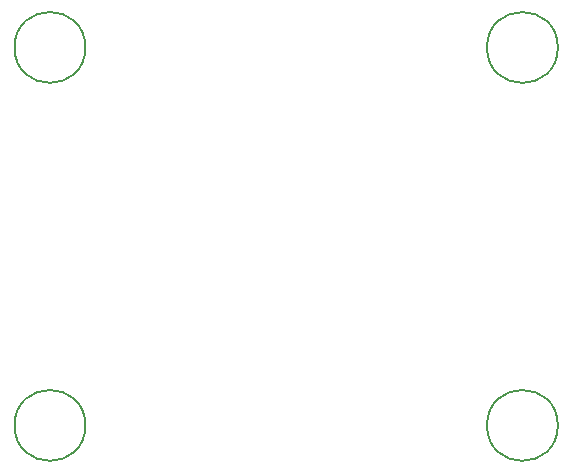
<source format=gbr>
%TF.GenerationSoftware,KiCad,Pcbnew,9.0.6*%
%TF.CreationDate,2026-01-11T11:57:00+09:00*%
%TF.ProjectId,Hi-Lo_converter,48692d4c-6f5f-4636-9f6e-766572746572,rev?*%
%TF.SameCoordinates,Original*%
%TF.FileFunction,Other,Comment*%
%FSLAX46Y46*%
G04 Gerber Fmt 4.6, Leading zero omitted, Abs format (unit mm)*
G04 Created by KiCad (PCBNEW 9.0.6) date 2026-01-11 11:57:00*
%MOMM*%
%LPD*%
G01*
G04 APERTURE LIST*
%ADD10C,0.150000*%
G04 APERTURE END LIST*
D10*
%TO.C,REF\u002A\u002A*%
X218000000Y-56500000D02*
G75*
G02*
X212000000Y-56500000I-3000000J0D01*
G01*
X212000000Y-56500000D02*
G75*
G02*
X218000000Y-56500000I3000000J0D01*
G01*
X218000000Y-24500000D02*
G75*
G02*
X212000000Y-24500000I-3000000J0D01*
G01*
X212000000Y-24500000D02*
G75*
G02*
X218000000Y-24500000I3000000J0D01*
G01*
X178000000Y-56500000D02*
G75*
G02*
X172000000Y-56500000I-3000000J0D01*
G01*
X172000000Y-56500000D02*
G75*
G02*
X178000000Y-56500000I3000000J0D01*
G01*
X178000000Y-24500000D02*
G75*
G02*
X172000000Y-24500000I-3000000J0D01*
G01*
X172000000Y-24500000D02*
G75*
G02*
X178000000Y-24500000I3000000J0D01*
G01*
%TD*%
M02*

</source>
